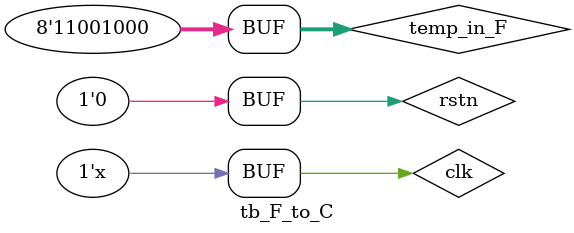
<source format=sv>

module tb_F_to_C();
reg [7:0] temp_in_F;
wire [7:0] celsius;
reg clk, rstn;
            			F_to_C dut1(clk, rstn, temp_in_F, celsius);

initial 
  begin 
  $dumpfile("dump.vcd");
  $dumpvars(1);
    clk =1;
    rstn = 0; 
end 
always #10 clk = ~clk;
always  #100 rstn = 1; 


always
begin 
    
    #100 temp_in_F = 8'd159;  //70.555 in Celcius
    #80 temp_in_F = 8'd180;  //82
    #20 temp_in_F = 8'd100;   // 37
    #100 temp_in_F = 8'd200; //93.33*/
   #50 rstn =0;
    

end
endmodule 
</source>
